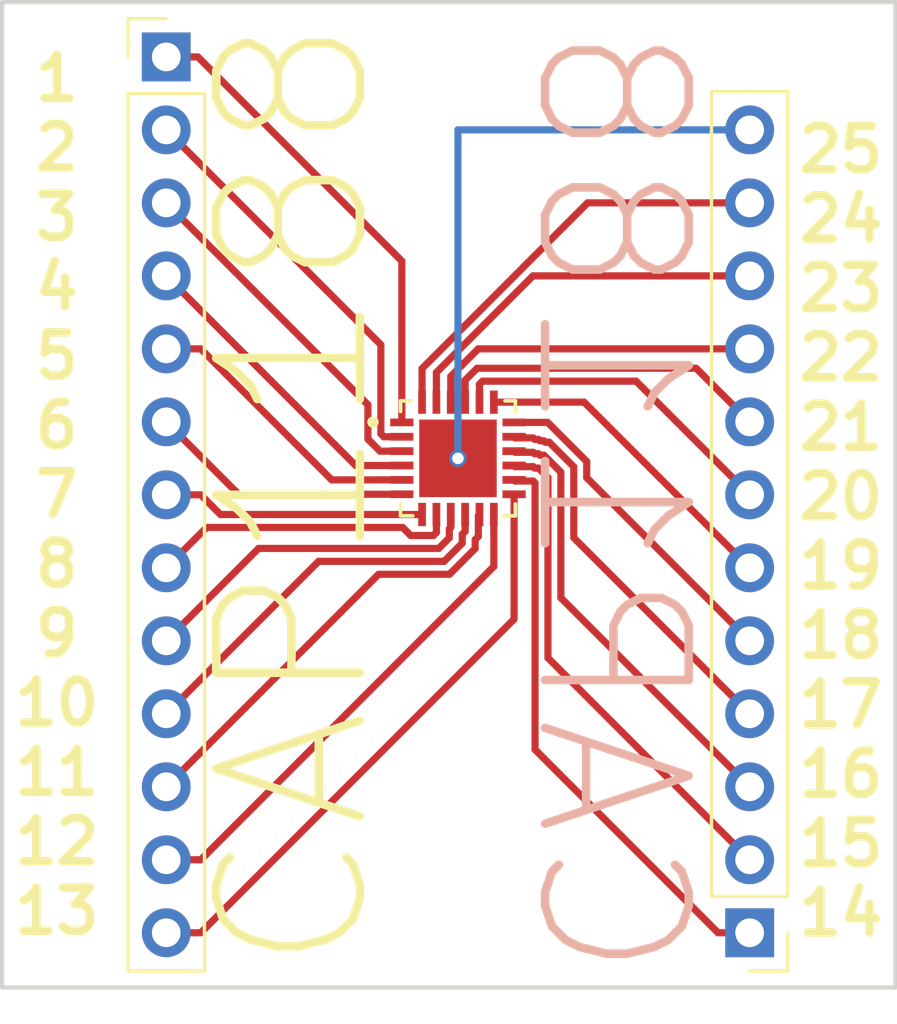
<source format=kicad_pcb>
(kicad_pcb (version 4) (host pcbnew 4.0.7)

  (general
    (links 25)
    (no_connects 0)
    (area 127.559999 85.649999 158.825001 120.090001)
    (thickness 1.6)
    (drawings 8)
    (tracks 124)
    (zones 0)
    (modules 3)
    (nets 26)
  )

  (page A4)
  (layers
    (0 F.Cu signal)
    (31 B.Cu signal)
    (32 B.Adhes user)
    (33 F.Adhes user)
    (34 B.Paste user)
    (35 F.Paste user)
    (36 B.SilkS user)
    (37 F.SilkS user)
    (38 B.Mask user)
    (39 F.Mask user)
    (40 Dwgs.User user)
    (41 Cmts.User user)
    (42 Eco1.User user)
    (43 Eco2.User user)
    (44 Edge.Cuts user)
    (45 Margin user)
    (46 B.CrtYd user)
    (47 F.CrtYd user)
    (48 B.Fab user)
    (49 F.Fab user)
  )

  (setup
    (last_trace_width 0.25)
    (trace_clearance 0.2)
    (zone_clearance 0.508)
    (zone_45_only no)
    (trace_min 0.2)
    (segment_width 0.2)
    (edge_width 0.15)
    (via_size 0.6)
    (via_drill 0.4)
    (via_min_size 0.4)
    (via_min_drill 0.3)
    (uvia_size 0.3)
    (uvia_drill 0.1)
    (uvias_allowed no)
    (uvia_min_size 0.2)
    (uvia_min_drill 0.1)
    (pcb_text_width 0.3)
    (pcb_text_size 1.5 1.5)
    (mod_edge_width 0.15)
    (mod_text_size 1 1)
    (mod_text_width 0.15)
    (pad_size 1.524 1.524)
    (pad_drill 0.762)
    (pad_to_mask_clearance 0.2)
    (aux_axis_origin 0 0)
    (visible_elements 7FFFFFFF)
    (pcbplotparams
      (layerselection 0x00030_80000001)
      (usegerberextensions false)
      (excludeedgelayer true)
      (linewidth 0.100000)
      (plotframeref false)
      (viasonmask false)
      (mode 1)
      (useauxorigin false)
      (hpglpennumber 1)
      (hpglpenspeed 20)
      (hpglpendiameter 15)
      (hpglpenoverlay 2)
      (psnegative false)
      (psa4output false)
      (plotreference true)
      (plotvalue true)
      (plotinvisibletext false)
      (padsonsilk false)
      (subtractmaskfromsilk false)
      (outputformat 1)
      (mirror false)
      (drillshape 1)
      (scaleselection 1)
      (outputdirectory ""))
  )

  (net 0 "")
  (net 1 "Net-(J1-Pad1)")
  (net 2 "Net-(J1-Pad2)")
  (net 3 "Net-(J1-Pad3)")
  (net 4 "Net-(J1-Pad4)")
  (net 5 "Net-(J1-Pad5)")
  (net 6 "Net-(J1-Pad6)")
  (net 7 "Net-(J1-Pad7)")
  (net 8 "Net-(J1-Pad8)")
  (net 9 "Net-(J1-Pad9)")
  (net 10 "Net-(J1-Pad10)")
  (net 11 "Net-(J1-Pad11)")
  (net 12 "Net-(J1-Pad12)")
  (net 13 "Net-(J1-Pad13)")
  (net 14 "Net-(J2-Pad1)")
  (net 15 "Net-(J2-Pad2)")
  (net 16 "Net-(J2-Pad3)")
  (net 17 "Net-(J2-Pad4)")
  (net 18 "Net-(J2-Pad5)")
  (net 19 "Net-(J2-Pad6)")
  (net 20 "Net-(J2-Pad7)")
  (net 21 "Net-(J2-Pad8)")
  (net 22 "Net-(J2-Pad9)")
  (net 23 "Net-(J2-Pad10)")
  (net 24 "Net-(J2-Pad11)")
  (net 25 "Net-(J2-Pad12)")

  (net_class Default "This is the default net class."
    (clearance 0.2)
    (trace_width 0.25)
    (via_dia 0.6)
    (via_drill 0.4)
    (uvia_dia 0.3)
    (uvia_drill 0.1)
    (add_net "Net-(J1-Pad1)")
    (add_net "Net-(J1-Pad10)")
    (add_net "Net-(J1-Pad11)")
    (add_net "Net-(J1-Pad12)")
    (add_net "Net-(J1-Pad13)")
    (add_net "Net-(J1-Pad2)")
    (add_net "Net-(J1-Pad3)")
    (add_net "Net-(J1-Pad4)")
    (add_net "Net-(J1-Pad5)")
    (add_net "Net-(J1-Pad6)")
    (add_net "Net-(J1-Pad7)")
    (add_net "Net-(J1-Pad8)")
    (add_net "Net-(J1-Pad9)")
    (add_net "Net-(J2-Pad1)")
    (add_net "Net-(J2-Pad10)")
    (add_net "Net-(J2-Pad11)")
    (add_net "Net-(J2-Pad12)")
    (add_net "Net-(J2-Pad2)")
    (add_net "Net-(J2-Pad3)")
    (add_net "Net-(J2-Pad4)")
    (add_net "Net-(J2-Pad5)")
    (add_net "Net-(J2-Pad6)")
    (add_net "Net-(J2-Pad7)")
    (add_net "Net-(J2-Pad8)")
    (add_net "Net-(J2-Pad9)")
  )

  (module Pin_Headers:Pin_Header_Straight_1x13_Pitch2.54mm (layer F.Cu) (tedit 5BB15794) (tstamp 5BB15456)
    (at 133.35 87.63)
    (descr "Through hole straight pin header, 1x13, 2.54mm pitch, single row")
    (tags "Through hole pin header THT 1x13 2.54mm single row")
    (path /5BB151F7)
    (fp_text reference J1 (at 0 -2.33) (layer F.SilkS) hide
      (effects (font (size 1 1) (thickness 0.15)))
    )
    (fp_text value Conn_01x13 (at 0 32.81) (layer F.Fab)
      (effects (font (size 1 1) (thickness 0.15)))
    )
    (fp_line (start -0.635 -1.27) (end 1.27 -1.27) (layer F.Fab) (width 0.1))
    (fp_line (start 1.27 -1.27) (end 1.27 31.75) (layer F.Fab) (width 0.1))
    (fp_line (start 1.27 31.75) (end -1.27 31.75) (layer F.Fab) (width 0.1))
    (fp_line (start -1.27 31.75) (end -1.27 -0.635) (layer F.Fab) (width 0.1))
    (fp_line (start -1.27 -0.635) (end -0.635 -1.27) (layer F.Fab) (width 0.1))
    (fp_line (start -1.33 31.81) (end 1.33 31.81) (layer F.SilkS) (width 0.12))
    (fp_line (start -1.33 1.27) (end -1.33 31.81) (layer F.SilkS) (width 0.12))
    (fp_line (start 1.33 1.27) (end 1.33 31.81) (layer F.SilkS) (width 0.12))
    (fp_line (start -1.33 1.27) (end 1.33 1.27) (layer F.SilkS) (width 0.12))
    (fp_line (start -1.33 0) (end -1.33 -1.33) (layer F.SilkS) (width 0.12))
    (fp_line (start -1.33 -1.33) (end 0 -1.33) (layer F.SilkS) (width 0.12))
    (fp_line (start -1.8 -1.8) (end -1.8 32.25) (layer F.CrtYd) (width 0.05))
    (fp_line (start -1.8 32.25) (end 1.8 32.25) (layer F.CrtYd) (width 0.05))
    (fp_line (start 1.8 32.25) (end 1.8 -1.8) (layer F.CrtYd) (width 0.05))
    (fp_line (start 1.8 -1.8) (end -1.8 -1.8) (layer F.CrtYd) (width 0.05))
    (fp_text user %R (at 0 15.24 90) (layer F.Fab)
      (effects (font (size 1 1) (thickness 0.15)))
    )
    (pad 1 thru_hole rect (at 0 0) (size 1.7 1.7) (drill 1) (layers *.Cu *.Mask)
      (net 1 "Net-(J1-Pad1)"))
    (pad 2 thru_hole oval (at 0 2.54) (size 1.7 1.7) (drill 1) (layers *.Cu *.Mask)
      (net 2 "Net-(J1-Pad2)"))
    (pad 3 thru_hole oval (at 0 5.08) (size 1.7 1.7) (drill 1) (layers *.Cu *.Mask)
      (net 3 "Net-(J1-Pad3)"))
    (pad 4 thru_hole oval (at 0 7.62) (size 1.7 1.7) (drill 1) (layers *.Cu *.Mask)
      (net 4 "Net-(J1-Pad4)"))
    (pad 5 thru_hole oval (at 0 10.16) (size 1.7 1.7) (drill 1) (layers *.Cu *.Mask)
      (net 5 "Net-(J1-Pad5)"))
    (pad 6 thru_hole oval (at 0 12.7) (size 1.7 1.7) (drill 1) (layers *.Cu *.Mask)
      (net 6 "Net-(J1-Pad6)"))
    (pad 7 thru_hole oval (at 0 15.24) (size 1.7 1.7) (drill 1) (layers *.Cu *.Mask)
      (net 7 "Net-(J1-Pad7)"))
    (pad 8 thru_hole oval (at 0 17.78) (size 1.7 1.7) (drill 1) (layers *.Cu *.Mask)
      (net 8 "Net-(J1-Pad8)"))
    (pad 9 thru_hole oval (at 0 20.32) (size 1.7 1.7) (drill 1) (layers *.Cu *.Mask)
      (net 9 "Net-(J1-Pad9)"))
    (pad 10 thru_hole oval (at 0 22.86) (size 1.7 1.7) (drill 1) (layers *.Cu *.Mask)
      (net 10 "Net-(J1-Pad10)"))
    (pad 11 thru_hole oval (at 0 25.4) (size 1.7 1.7) (drill 1) (layers *.Cu *.Mask)
      (net 11 "Net-(J1-Pad11)"))
    (pad 12 thru_hole oval (at 0 27.94) (size 1.7 1.7) (drill 1) (layers *.Cu *.Mask)
      (net 12 "Net-(J1-Pad12)"))
    (pad 13 thru_hole oval (at 0 30.48) (size 1.7 1.7) (drill 1) (layers *.Cu *.Mask)
      (net 13 "Net-(J1-Pad13)"))
    (model ${KISYS3DMOD}/Pin_Headers.3dshapes/Pin_Header_Straight_1x13_Pitch2.54mm.wrl
      (at (xyz 0 0 0))
      (scale (xyz 1 1 1))
      (rotate (xyz 0 0 0))
    )
  )

  (module Pin_Headers:Pin_Header_Straight_1x12_Pitch2.54mm (layer F.Cu) (tedit 5BB15799) (tstamp 5BB15466)
    (at 153.67 118.11 180)
    (descr "Through hole straight pin header, 1x12, 2.54mm pitch, single row")
    (tags "Through hole pin header THT 1x12 2.54mm single row")
    (path /5BB15703)
    (fp_text reference J2 (at 0 -2.33 180) (layer F.SilkS) hide
      (effects (font (size 1 1) (thickness 0.15)))
    )
    (fp_text value Conn_01x12 (at 0 30.27 180) (layer F.Fab)
      (effects (font (size 1 1) (thickness 0.15)))
    )
    (fp_line (start -0.635 -1.27) (end 1.27 -1.27) (layer F.Fab) (width 0.1))
    (fp_line (start 1.27 -1.27) (end 1.27 29.21) (layer F.Fab) (width 0.1))
    (fp_line (start 1.27 29.21) (end -1.27 29.21) (layer F.Fab) (width 0.1))
    (fp_line (start -1.27 29.21) (end -1.27 -0.635) (layer F.Fab) (width 0.1))
    (fp_line (start -1.27 -0.635) (end -0.635 -1.27) (layer F.Fab) (width 0.1))
    (fp_line (start -1.33 29.27) (end 1.33 29.27) (layer F.SilkS) (width 0.12))
    (fp_line (start -1.33 1.27) (end -1.33 29.27) (layer F.SilkS) (width 0.12))
    (fp_line (start 1.33 1.27) (end 1.33 29.27) (layer F.SilkS) (width 0.12))
    (fp_line (start -1.33 1.27) (end 1.33 1.27) (layer F.SilkS) (width 0.12))
    (fp_line (start -1.33 0) (end -1.33 -1.33) (layer F.SilkS) (width 0.12))
    (fp_line (start -1.33 -1.33) (end 0 -1.33) (layer F.SilkS) (width 0.12))
    (fp_line (start -1.8 -1.8) (end -1.8 29.75) (layer F.CrtYd) (width 0.05))
    (fp_line (start -1.8 29.75) (end 1.8 29.75) (layer F.CrtYd) (width 0.05))
    (fp_line (start 1.8 29.75) (end 1.8 -1.8) (layer F.CrtYd) (width 0.05))
    (fp_line (start 1.8 -1.8) (end -1.8 -1.8) (layer F.CrtYd) (width 0.05))
    (fp_text user %R (at 0 13.97 270) (layer F.Fab)
      (effects (font (size 1 1) (thickness 0.15)))
    )
    (pad 1 thru_hole rect (at 0 0 180) (size 1.7 1.7) (drill 1) (layers *.Cu *.Mask)
      (net 14 "Net-(J2-Pad1)"))
    (pad 2 thru_hole oval (at 0 2.54 180) (size 1.7 1.7) (drill 1) (layers *.Cu *.Mask)
      (net 15 "Net-(J2-Pad2)"))
    (pad 3 thru_hole oval (at 0 5.08 180) (size 1.7 1.7) (drill 1) (layers *.Cu *.Mask)
      (net 16 "Net-(J2-Pad3)"))
    (pad 4 thru_hole oval (at 0 7.62 180) (size 1.7 1.7) (drill 1) (layers *.Cu *.Mask)
      (net 17 "Net-(J2-Pad4)"))
    (pad 5 thru_hole oval (at 0 10.16 180) (size 1.7 1.7) (drill 1) (layers *.Cu *.Mask)
      (net 18 "Net-(J2-Pad5)"))
    (pad 6 thru_hole oval (at 0 12.7 180) (size 1.7 1.7) (drill 1) (layers *.Cu *.Mask)
      (net 19 "Net-(J2-Pad6)"))
    (pad 7 thru_hole oval (at 0 15.24 180) (size 1.7 1.7) (drill 1) (layers *.Cu *.Mask)
      (net 20 "Net-(J2-Pad7)"))
    (pad 8 thru_hole oval (at 0 17.78 180) (size 1.7 1.7) (drill 1) (layers *.Cu *.Mask)
      (net 21 "Net-(J2-Pad8)"))
    (pad 9 thru_hole oval (at 0 20.32 180) (size 1.7 1.7) (drill 1) (layers *.Cu *.Mask)
      (net 22 "Net-(J2-Pad9)"))
    (pad 10 thru_hole oval (at 0 22.86 180) (size 1.7 1.7) (drill 1) (layers *.Cu *.Mask)
      (net 23 "Net-(J2-Pad10)"))
    (pad 11 thru_hole oval (at 0 25.4 180) (size 1.7 1.7) (drill 1) (layers *.Cu *.Mask)
      (net 24 "Net-(J2-Pad11)"))
    (pad 12 thru_hole oval (at 0 27.94 180) (size 1.7 1.7) (drill 1) (layers *.Cu *.Mask)
      (net 25 "Net-(J2-Pad12)"))
    (model ${KISYS3DMOD}/Pin_Headers.3dshapes/Pin_Header_Straight_1x12_Pitch2.54mm.wrl
      (at (xyz 0 0 0))
      (scale (xyz 1 1 1))
      (rotate (xyz 0 0 0))
    )
  )

  (module CustomFootprintLibrary:QFN50P400X400X90-25N (layer F.Cu) (tedit 5BB158C0) (tstamp 5BB15483)
    (at 143.51 101.6)
    (path /5BB1513C)
    (attr smd)
    (fp_text reference U1 (at -0.601443 -3.444) (layer F.SilkS) hide
      (effects (font (size 0.77428 0.77428) (thickness 0.05)))
    )
    (fp_text value CAP1188 (at -0.137359 3.4904) (layer F.SilkS) hide
      (effects (font (size 0.767132 0.767132) (thickness 0.05)))
    )
    (fp_line (start 2 -2) (end -2 -2) (layer Dwgs.User) (width 0.127))
    (fp_line (start -2 -2) (end -2 2) (layer Dwgs.User) (width 0.127))
    (fp_line (start -2 2) (end 2 2) (layer Dwgs.User) (width 0.127))
    (fp_line (start 2 2) (end 2 -2) (layer Dwgs.User) (width 0.127))
    (fp_line (start 1.64 -2) (end 2 -2) (layer F.SilkS) (width 0.127))
    (fp_line (start 2 -2) (end 2 -1.63) (layer F.SilkS) (width 0.127))
    (fp_line (start 2 1.59) (end 2 2) (layer F.SilkS) (width 0.127))
    (fp_line (start 2 2) (end 1.58 2) (layer F.SilkS) (width 0.127))
    (fp_line (start -2 1.58) (end -2 2) (layer F.SilkS) (width 0.127))
    (fp_line (start -2 2) (end -1.57 2) (layer F.SilkS) (width 0.127))
    (fp_line (start -1.61 -2) (end -2 -2) (layer F.SilkS) (width 0.127))
    (fp_line (start -2 -2) (end -2 -1.63) (layer F.SilkS) (width 0.127))
    (fp_circle (center -2.96 -1.26) (end -2.86 -1.26) (layer F.SilkS) (width 0.2))
    (fp_poly (pts (xy -0.856561 -0.855) (xy 0.855 -0.855) (xy 0.855 0.856561) (xy -0.856561 0.856561)) (layer F.Paste) (width 0))
    (fp_line (start -2.61 -2.61) (end -2.61 2.61) (layer Eco1.User) (width 0.05))
    (fp_line (start -2.61 2.61) (end 2.61 2.61) (layer Eco1.User) (width 0.05))
    (fp_line (start 2.61 2.61) (end 2.61 -2.61) (layer Eco1.User) (width 0.05))
    (fp_line (start 2.61 -2.61) (end -2.61 -2.61) (layer Eco1.User) (width 0.05))
    (fp_circle (center -1.66 -1.26) (end -1.56 -1.26) (layer Dwgs.User) (width 0.2))
    (pad 1 smd rect (at -1.955 -1.25) (size 0.81 0.27) (layers F.Cu F.Paste F.Mask)
      (net 1 "Net-(J1-Pad1)"))
    (pad 2 smd rect (at -1.955 -0.75) (size 0.81 0.27) (layers F.Cu F.Paste F.Mask)
      (net 2 "Net-(J1-Pad2)"))
    (pad 3 smd rect (at -1.955 -0.25) (size 0.81 0.27) (layers F.Cu F.Paste F.Mask)
      (net 3 "Net-(J1-Pad3)"))
    (pad 4 smd rect (at -1.955 0.25) (size 0.81 0.27) (layers F.Cu F.Paste F.Mask)
      (net 4 "Net-(J1-Pad4)"))
    (pad 5 smd rect (at -1.955 0.75) (size 0.81 0.27) (layers F.Cu F.Paste F.Mask)
      (net 5 "Net-(J1-Pad5)"))
    (pad 6 smd rect (at -1.955 1.25) (size 0.81 0.27) (layers F.Cu F.Paste F.Mask)
      (net 6 "Net-(J1-Pad6)"))
    (pad 7 smd rect (at -1.25 1.955 90) (size 0.81 0.27) (layers F.Cu F.Paste F.Mask)
      (net 7 "Net-(J1-Pad7)"))
    (pad 8 smd rect (at -0.75 1.955 90) (size 0.81 0.27) (layers F.Cu F.Paste F.Mask)
      (net 8 "Net-(J1-Pad8)"))
    (pad 9 smd rect (at -0.25 1.955 90) (size 0.81 0.27) (layers F.Cu F.Paste F.Mask)
      (net 9 "Net-(J1-Pad9)"))
    (pad 10 smd rect (at 0.25 1.955 90) (size 0.81 0.27) (layers F.Cu F.Paste F.Mask)
      (net 10 "Net-(J1-Pad10)"))
    (pad 11 smd rect (at 0.75 1.955 90) (size 0.81 0.27) (layers F.Cu F.Paste F.Mask)
      (net 11 "Net-(J1-Pad11)"))
    (pad 12 smd rect (at 1.25 1.955 90) (size 0.81 0.27) (layers F.Cu F.Paste F.Mask)
      (net 12 "Net-(J1-Pad12)"))
    (pad 13 smd rect (at 1.955 1.25 180) (size 0.81 0.27) (layers F.Cu F.Paste F.Mask)
      (net 13 "Net-(J1-Pad13)"))
    (pad 14 smd rect (at 1.955 0.75 180) (size 0.81 0.27) (layers F.Cu F.Paste F.Mask)
      (net 14 "Net-(J2-Pad1)"))
    (pad 15 smd rect (at 1.955 0.25 180) (size 0.81 0.27) (layers F.Cu F.Paste F.Mask)
      (net 15 "Net-(J2-Pad2)"))
    (pad 16 smd rect (at 1.955 -0.25 180) (size 0.81 0.27) (layers F.Cu F.Paste F.Mask)
      (net 16 "Net-(J2-Pad3)"))
    (pad 17 smd rect (at 1.955 -0.75 180) (size 0.81 0.27) (layers F.Cu F.Paste F.Mask)
      (net 17 "Net-(J2-Pad4)"))
    (pad 18 smd rect (at 1.955 -1.25 180) (size 0.81 0.27) (layers F.Cu F.Paste F.Mask)
      (net 18 "Net-(J2-Pad5)"))
    (pad 19 smd rect (at 1.25 -1.955 270) (size 0.81 0.27) (layers F.Cu F.Paste F.Mask)
      (net 19 "Net-(J2-Pad6)"))
    (pad 20 smd rect (at 0.75 -1.955 270) (size 0.81 0.27) (layers F.Cu F.Paste F.Mask)
      (net 20 "Net-(J2-Pad7)"))
    (pad 21 smd rect (at 0.25 -1.955 270) (size 0.81 0.27) (layers F.Cu F.Paste F.Mask)
      (net 21 "Net-(J2-Pad8)"))
    (pad 22 smd rect (at -0.25 -1.955 270) (size 0.81 0.27) (layers F.Cu F.Paste F.Mask)
      (net 22 "Net-(J2-Pad9)"))
    (pad 23 smd rect (at -0.75 -1.955 270) (size 0.81 0.27) (layers F.Cu F.Paste F.Mask)
      (net 23 "Net-(J2-Pad10)"))
    (pad 24 smd rect (at -1.25 -1.955 270) (size 0.81 0.27) (layers F.Cu F.Paste F.Mask)
      (net 24 "Net-(J2-Pad11)"))
    (pad 25 smd rect (at 0 0 270) (size 2.7 2.7) (layers F.Cu F.Paste F.Mask)
      (net 25 "Net-(J2-Pad12)"))
  )

  (gr_text CAP1188 (at 148.844 103.124 270) (layer B.SilkS) (tstamp 5BB15970)
    (effects (font (size 5 5) (thickness 0.3)) (justify mirror))
  )
  (gr_text CAP1188 (at 137.795 102.87 90) (layer F.SilkS)
    (effects (font (size 5 5) (thickness 0.3)))
  )
  (gr_line (start 158.75 120.015) (end 127.635 120.015) (layer Edge.Cuts) (width 0.15))
  (gr_line (start 158.75 85.725) (end 158.75 120.015) (layer Edge.Cuts) (width 0.15))
  (gr_line (start 127.635 85.725) (end 158.75 85.725) (layer Edge.Cuts) (width 0.15))
  (gr_line (start 127.635 120.015) (end 127.635 85.725) (layer Edge.Cuts) (width 0.15))
  (gr_text "25\n24\n23\n22\n21\n20\n19\n18\n17\n16\n15\n14" (at 156.845 104.14) (layer F.SilkS)
    (effects (font (size 1.5 1.5) (thickness 0.3)))
  )
  (gr_text "1\n2\n3\n4\n5\n6\n7\n8\n9\n10\n11\n12\n13" (at 129.54 102.87) (layer F.SilkS)
    (effects (font (size 1.5 1.5) (thickness 0.3)))
  )

  (segment (start 133.35 87.63) (end 134.45 87.63) (width 0.25) (layer F.Cu) (net 1))
  (segment (start 134.45 87.63) (end 141.555 94.735) (width 0.25) (layer F.Cu) (net 1))
  (segment (start 141.555 94.735) (end 141.555 99.965) (width 0.25) (layer F.Cu) (net 1))
  (segment (start 141.555 99.965) (end 141.555 100.35) (width 0.25) (layer F.Cu) (net 1))
  (segment (start 140.929997 100.85) (end 141.555 100.85) (width 0.25) (layer F.Cu) (net 2))
  (segment (start 140.824999 100.745002) (end 140.929997 100.85) (width 0.25) (layer F.Cu) (net 2))
  (segment (start 133.35 90.17) (end 140.824999 97.644999) (width 0.25) (layer F.Cu) (net 2))
  (segment (start 140.824999 97.644999) (end 140.824999 100.745002) (width 0.25) (layer F.Cu) (net 2))
  (segment (start 133.35 92.71) (end 140.374988 99.734989) (width 0.25) (layer F.Cu) (net 3))
  (segment (start 140.374988 99.734989) (end 140.374988 100.931401) (width 0.25) (layer F.Cu) (net 3))
  (segment (start 140.374988 100.931401) (end 140.793587 101.35) (width 0.25) (layer F.Cu) (net 3))
  (segment (start 140.793587 101.35) (end 140.9 101.35) (width 0.25) (layer F.Cu) (net 3))
  (segment (start 140.9 101.35) (end 141.555 101.35) (width 0.25) (layer F.Cu) (net 3))
  (segment (start 133.35 95.25) (end 139.95 101.85) (width 0.25) (layer F.Cu) (net 4))
  (segment (start 139.95 101.85) (end 141.555 101.85) (width 0.25) (layer F.Cu) (net 4))
  (segment (start 133.35 97.79) (end 134.552081 97.79) (width 0.25) (layer F.Cu) (net 5))
  (segment (start 134.552081 97.79) (end 139.112081 102.35) (width 0.25) (layer F.Cu) (net 5))
  (segment (start 139.112081 102.35) (end 140.9 102.35) (width 0.25) (layer F.Cu) (net 5))
  (segment (start 140.9 102.35) (end 141.555 102.35) (width 0.25) (layer F.Cu) (net 5))
  (segment (start 133.35 100.33) (end 135.87 102.85) (width 0.25) (layer F.Cu) (net 6))
  (segment (start 135.87 102.85) (end 141.555 102.85) (width 0.25) (layer F.Cu) (net 6))
  (segment (start 133.35 102.87) (end 134.552081 102.87) (width 0.25) (layer F.Cu) (net 7))
  (segment (start 134.552081 102.87) (end 135.237081 103.555) (width 0.25) (layer F.Cu) (net 7))
  (segment (start 135.237081 103.555) (end 141.875 103.555) (width 0.25) (layer F.Cu) (net 7))
  (segment (start 141.875 103.555) (end 142.26 103.555) (width 0.25) (layer F.Cu) (net 7))
  (segment (start 142.655 104.285001) (end 142.76 104.180002) (width 0.25) (layer F.Cu) (net 8))
  (segment (start 133.35 105.41) (end 134.754964 104.005036) (width 0.25) (layer F.Cu) (net 8))
  (segment (start 141.585034 104.005036) (end 141.864999 104.285001) (width 0.25) (layer F.Cu) (net 8))
  (segment (start 142.76 104.180002) (end 142.76 103.555) (width 0.25) (layer F.Cu) (net 8))
  (segment (start 134.754964 104.005036) (end 141.585034 104.005036) (width 0.25) (layer F.Cu) (net 8))
  (segment (start 141.864999 104.285001) (end 142.655 104.285001) (width 0.25) (layer F.Cu) (net 8))
  (segment (start 143.21001 104.05476) (end 143.26 104.00477) (width 0.25) (layer F.Cu) (net 9))
  (segment (start 136.564989 104.735011) (end 142.841398 104.735011) (width 0.25) (layer F.Cu) (net 9))
  (segment (start 133.35 107.95) (end 136.564989 104.735011) (width 0.25) (layer F.Cu) (net 9))
  (segment (start 142.841398 104.735011) (end 143.210008 104.366404) (width 0.25) (layer F.Cu) (net 9))
  (segment (start 143.26 104.00477) (end 143.26 103.555) (width 0.25) (layer F.Cu) (net 9))
  (segment (start 143.210008 104.366404) (end 143.21001 104.05476) (width 0.25) (layer F.Cu) (net 9))
  (segment (start 143.027797 105.185022) (end 143.660017 104.552807) (width 0.25) (layer F.Cu) (net 10))
  (segment (start 138.654978 105.185022) (end 143.027797 105.185022) (width 0.25) (layer F.Cu) (net 10))
  (segment (start 143.660017 104.552807) (end 143.660019 104.241162) (width 0.25) (layer F.Cu) (net 10))
  (segment (start 133.35 110.49) (end 138.654978 105.185022) (width 0.25) (layer F.Cu) (net 10))
  (segment (start 143.76 104.14118) (end 143.76 103.555) (width 0.25) (layer F.Cu) (net 10))
  (segment (start 143.660019 104.241162) (end 143.76 104.14118) (width 0.25) (layer F.Cu) (net 10))
  (segment (start 144.220001 104.317589) (end 144.220001 103.594999) (width 0.25) (layer F.Cu) (net 11))
  (segment (start 144.220001 103.594999) (end 144.26 103.555) (width 0.25) (layer F.Cu) (net 11))
  (segment (start 133.35 113.03) (end 140.744967 105.635033) (width 0.25) (layer F.Cu) (net 11))
  (segment (start 144.110028 104.427562) (end 144.220001 104.317589) (width 0.25) (layer F.Cu) (net 11))
  (segment (start 144.110025 104.739209) (end 144.110026 104.739196) (width 0.25) (layer F.Cu) (net 11))
  (segment (start 143.470147 105.379082) (end 144.110025 104.739209) (width 0.25) (layer F.Cu) (net 11))
  (segment (start 140.744967 105.635033) (end 143.214197 105.635032) (width 0.25) (layer F.Cu) (net 11))
  (segment (start 144.110026 104.739196) (end 144.110028 104.427562) (width 0.25) (layer F.Cu) (net 11))
  (segment (start 143.214197 105.635032) (end 143.470147 105.379082) (width 0.25) (layer F.Cu) (net 11))
  (segment (start 133.35 115.57) (end 134.552081 115.57) (width 0.25) (layer F.Cu) (net 12))
  (segment (start 134.552081 115.57) (end 144.76 105.362081) (width 0.25) (layer F.Cu) (net 12))
  (segment (start 144.76 105.362081) (end 144.76 104.21) (width 0.25) (layer F.Cu) (net 12))
  (segment (start 144.76 104.21) (end 144.76 103.555) (width 0.25) (layer F.Cu) (net 12))
  (segment (start 133.35 118.11) (end 134.552081 118.11) (width 0.25) (layer F.Cu) (net 13))
  (segment (start 134.552081 118.11) (end 145.465 107.197081) (width 0.25) (layer F.Cu) (net 13))
  (segment (start 145.465 107.197081) (end 145.465 103.235) (width 0.25) (layer F.Cu) (net 13))
  (segment (start 145.465 103.235) (end 145.465 102.85) (width 0.25) (layer F.Cu) (net 13))
  (segment (start 145.504999 102.389999) (end 145.465 102.35) (width 0.25) (layer F.Cu) (net 14))
  (segment (start 146.195001 102.454999) (end 146.130001 102.389999) (width 0.25) (layer F.Cu) (net 14))
  (segment (start 146.195001 111.735001) (end 146.195001 102.454999) (width 0.25) (layer F.Cu) (net 14))
  (segment (start 152.57 118.11) (end 146.195001 111.735001) (width 0.25) (layer F.Cu) (net 14))
  (segment (start 146.130001 102.389999) (end 145.504999 102.389999) (width 0.25) (layer F.Cu) (net 14))
  (segment (start 153.67 118.11) (end 152.57 118.11) (width 0.25) (layer F.Cu) (net 14))
  (segment (start 145.504999 101.889999) (end 145.465 101.85) (width 0.25) (layer F.Cu) (net 15))
  (segment (start 146.130001 101.889999) (end 145.504999 101.889999) (width 0.25) (layer F.Cu) (net 15))
  (segment (start 146.316401 101.939989) (end 146.179991 101.939989) (width 0.25) (layer F.Cu) (net 15))
  (segment (start 146.64501 102.268598) (end 146.316401 101.939989) (width 0.25) (layer F.Cu) (net 15))
  (segment (start 146.645012 108.545012) (end 146.64501 102.268598) (width 0.25) (layer F.Cu) (net 15))
  (segment (start 153.67 115.57) (end 146.645012 108.545012) (width 0.25) (layer F.Cu) (net 15))
  (segment (start 146.179991 101.939989) (end 146.130001 101.889999) (width 0.25) (layer F.Cu) (net 15))
  (segment (start 145.504999 101.389999) (end 145.465 101.35) (width 0.25) (layer F.Cu) (net 16))
  (segment (start 146.130001 101.389999) (end 145.504999 101.389999) (width 0.25) (layer F.Cu) (net 16))
  (segment (start 146.179991 101.439989) (end 146.130001 101.389999) (width 0.25) (layer F.Cu) (net 16))
  (segment (start 146.502801 101.489979) (end 146.366391 101.489979) (width 0.25) (layer F.Cu) (net 16))
  (segment (start 147.095019 102.082197) (end 146.502801 101.489979) (width 0.25) (layer F.Cu) (net 16))
  (segment (start 146.366391 101.489979) (end 146.316401 101.439989) (width 0.25) (layer F.Cu) (net 16))
  (segment (start 153.67 113.03) (end 147.095023 106.455023) (width 0.25) (layer F.Cu) (net 16))
  (segment (start 147.095023 106.455023) (end 147.095019 102.082197) (width 0.25) (layer F.Cu) (net 16))
  (segment (start 146.316401 101.439989) (end 146.179991 101.439989) (width 0.25) (layer F.Cu) (net 16))
  (segment (start 146.130001 100.889999) (end 145.504999 100.889999) (width 0.25) (layer F.Cu) (net 17))
  (segment (start 146.552791 101.039969) (end 146.502801 100.989979) (width 0.25) (layer F.Cu) (net 17))
  (segment (start 146.366391 100.989979) (end 146.316401 100.939989) (width 0.25) (layer F.Cu) (net 17))
  (segment (start 146.502801 100.989979) (end 146.366391 100.989979) (width 0.25) (layer F.Cu) (net 17))
  (segment (start 146.689201 101.039969) (end 146.552791 101.039969) (width 0.25) (layer F.Cu) (net 17))
  (segment (start 147.545028 101.895796) (end 146.689201 101.039969) (width 0.25) (layer F.Cu) (net 17))
  (segment (start 146.316401 100.939989) (end 146.179991 100.939989) (width 0.25) (layer F.Cu) (net 17))
  (segment (start 153.67 110.49) (end 147.54503 104.36503) (width 0.25) (layer F.Cu) (net 17))
  (segment (start 146.179991 100.939989) (end 146.130001 100.889999) (width 0.25) (layer F.Cu) (net 17))
  (segment (start 147.54503 104.36503) (end 147.545028 101.895796) (width 0.25) (layer F.Cu) (net 17))
  (segment (start 145.504999 100.889999) (end 145.465 100.85) (width 0.25) (layer F.Cu) (net 17))
  (segment (start 153.67 107.95) (end 147.995038 102.275038) (width 0.25) (layer F.Cu) (net 18))
  (segment (start 147.995038 102.275038) (end 147.995037 101.709395) (width 0.25) (layer F.Cu) (net 18))
  (segment (start 147.995037 101.709395) (end 146.635642 100.35) (width 0.25) (layer F.Cu) (net 18))
  (segment (start 146.635642 100.35) (end 146.12 100.35) (width 0.25) (layer F.Cu) (net 18))
  (segment (start 146.12 100.35) (end 145.465 100.35) (width 0.25) (layer F.Cu) (net 18))
  (segment (start 153.67 105.41) (end 147.905 99.645) (width 0.25) (layer F.Cu) (net 19))
  (segment (start 147.905 99.645) (end 144.76 99.645) (width 0.25) (layer F.Cu) (net 19))
  (segment (start 144.26 99.019997) (end 144.26 99.645) (width 0.25) (layer F.Cu) (net 20))
  (segment (start 149.714999 98.914999) (end 144.364998 98.914999) (width 0.25) (layer F.Cu) (net 20))
  (segment (start 144.364998 98.914999) (end 144.26 99.019997) (width 0.25) (layer F.Cu) (net 20))
  (segment (start 153.67 102.87) (end 149.714999 98.914999) (width 0.25) (layer F.Cu) (net 20))
  (segment (start 153.67 100.33) (end 151.804988 98.464988) (width 0.25) (layer F.Cu) (net 21))
  (segment (start 151.804988 98.464988) (end 144.178599 98.464988) (width 0.25) (layer F.Cu) (net 21))
  (segment (start 143.76 98.883587) (end 143.76 98.99) (width 0.25) (layer F.Cu) (net 21))
  (segment (start 144.178599 98.464988) (end 143.76 98.883587) (width 0.25) (layer F.Cu) (net 21))
  (segment (start 143.76 98.99) (end 143.76 99.645) (width 0.25) (layer F.Cu) (net 21))
  (segment (start 153.67 97.79) (end 144.217177 97.79) (width 0.25) (layer F.Cu) (net 22))
  (segment (start 144.217177 97.79) (end 143.26 98.747177) (width 0.25) (layer F.Cu) (net 22))
  (segment (start 143.26 98.747177) (end 143.26 98.99) (width 0.25) (layer F.Cu) (net 22))
  (segment (start 143.26 98.99) (end 143.26 99.645) (width 0.25) (layer F.Cu) (net 22))
  (segment (start 153.67 95.25) (end 146.120769 95.25) (width 0.25) (layer F.Cu) (net 23))
  (segment (start 146.120769 95.25) (end 142.76 98.610769) (width 0.25) (layer F.Cu) (net 23))
  (segment (start 142.76 98.610769) (end 142.76 98.99) (width 0.25) (layer F.Cu) (net 23))
  (segment (start 142.76 98.99) (end 142.76 99.645) (width 0.25) (layer F.Cu) (net 23))
  (segment (start 153.67 92.71) (end 148.024359 92.71) (width 0.25) (layer F.Cu) (net 24))
  (segment (start 142.26 98.474359) (end 142.26 98.99) (width 0.25) (layer F.Cu) (net 24))
  (segment (start 148.024359 92.71) (end 142.26 98.474359) (width 0.25) (layer F.Cu) (net 24))
  (segment (start 142.26 98.99) (end 142.26 99.645) (width 0.25) (layer F.Cu) (net 24))
  (segment (start 143.51 90.17) (end 153.67 90.17) (width 0.25) (layer B.Cu) (net 25))
  (segment (start 143.51 101.6) (end 143.51 90.17) (width 0.25) (layer B.Cu) (net 25))
  (via (at 143.51 101.6) (size 0.6) (drill 0.4) (layers F.Cu B.Cu) (net 25))

)

</source>
